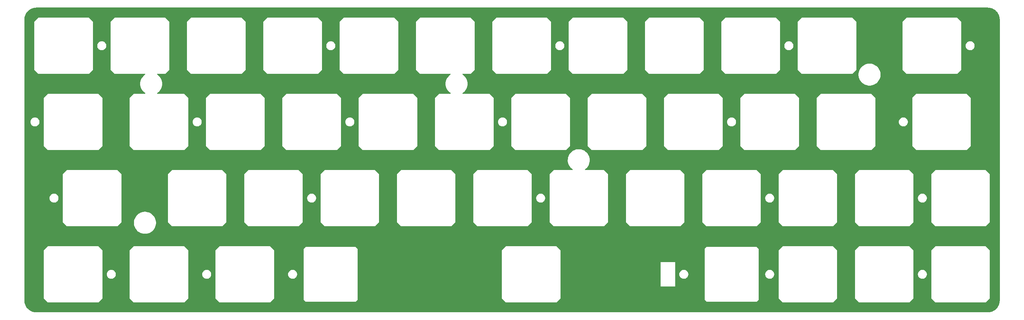
<source format=gbr>
%TF.GenerationSoftware,KiCad,Pcbnew,8.0.5*%
%TF.CreationDate,2024-11-10T19:03:44+01:00*%
%TF.ProjectId,plate tray,706c6174-6520-4747-9261-792e6b696361,rev?*%
%TF.SameCoordinates,Original*%
%TF.FileFunction,Copper,L1,Top*%
%TF.FilePolarity,Positive*%
%FSLAX46Y46*%
G04 Gerber Fmt 4.6, Leading zero omitted, Abs format (unit mm)*
G04 Created by KiCad (PCBNEW 8.0.5) date 2024-11-10 19:03:44*
%MOMM*%
%LPD*%
G01*
G04 APERTURE LIST*
G04 APERTURE END LIST*
%TA.AperFunction,Conductor*%
%TO.N,GND*%
G36*
X263156898Y-21431762D02*
G01*
X263161773Y-21431830D01*
X263318309Y-21434026D01*
X263330433Y-21434793D01*
X263652046Y-21471034D01*
X263665729Y-21473358D01*
X263980428Y-21545190D01*
X263993763Y-21549032D01*
X264298428Y-21655642D01*
X264311258Y-21660957D01*
X264468989Y-21736917D01*
X264602060Y-21801002D01*
X264614230Y-21807728D01*
X264793567Y-21920413D01*
X264887501Y-21979436D01*
X264887521Y-21979448D01*
X264898862Y-21987495D01*
X265151207Y-22188734D01*
X265161575Y-22198000D01*
X265389795Y-22426221D01*
X265399061Y-22436589D01*
X265600301Y-22688934D01*
X265608347Y-22700274D01*
X265780066Y-22973560D01*
X265786793Y-22985730D01*
X265926839Y-23276531D01*
X265932160Y-23289378D01*
X266038761Y-23594018D01*
X266042611Y-23607380D01*
X266114437Y-23922053D01*
X266116766Y-23935762D01*
X266153005Y-24257349D01*
X266153773Y-24269498D01*
X266156033Y-24430893D01*
X266156045Y-24432629D01*
X266156045Y-94630765D01*
X266156033Y-94632505D01*
X266153768Y-94793905D01*
X266153000Y-94806050D01*
X266116761Y-95127638D01*
X266114432Y-95141347D01*
X266042606Y-95456018D01*
X266038756Y-95469380D01*
X265932154Y-95774022D01*
X265926833Y-95786869D01*
X265786789Y-96077667D01*
X265780062Y-96089837D01*
X265608344Y-96363120D01*
X265600298Y-96374460D01*
X265399057Y-96626807D01*
X265389791Y-96637175D01*
X265161571Y-96865395D01*
X265151203Y-96874661D01*
X264898855Y-97075902D01*
X264887515Y-97083948D01*
X264614232Y-97255665D01*
X264602061Y-97262392D01*
X264311263Y-97402435D01*
X264298417Y-97407756D01*
X263993774Y-97514358D01*
X263980412Y-97518208D01*
X263665741Y-97590033D01*
X263652032Y-97592362D01*
X263330442Y-97628600D01*
X263318302Y-97629368D01*
X263160300Y-97631591D01*
X263156896Y-97631639D01*
X263155153Y-97631651D01*
X25769632Y-97631651D01*
X25767894Y-97631639D01*
X25606493Y-97629376D01*
X25594347Y-97628608D01*
X25272757Y-97592373D01*
X25259049Y-97590044D01*
X24944383Y-97518224D01*
X24931020Y-97514375D01*
X24626363Y-97407771D01*
X24613516Y-97402449D01*
X24322724Y-97262411D01*
X24310554Y-97255685D01*
X24037263Y-97083965D01*
X24025922Y-97075918D01*
X23773576Y-96874679D01*
X23763208Y-96865413D01*
X23534986Y-96637191D01*
X23525720Y-96626823D01*
X23324481Y-96374477D01*
X23316434Y-96363136D01*
X23144714Y-96089845D01*
X23137988Y-96077675D01*
X22997950Y-95786883D01*
X22992628Y-95774036D01*
X22992623Y-95774022D01*
X22886022Y-95469375D01*
X22882175Y-95456016D01*
X22810355Y-95141350D01*
X22808026Y-95127642D01*
X22805616Y-95106249D01*
X22771790Y-94806039D01*
X22771023Y-94793918D01*
X22768764Y-94632505D01*
X22768752Y-94630771D01*
X22768752Y-82106249D01*
X27625000Y-82106249D01*
X27625000Y-82106250D01*
X27625000Y-94106250D01*
X28625000Y-95106250D01*
X41225000Y-95106250D01*
X42225000Y-94106250D01*
X42225000Y-88106250D01*
X43324915Y-88106250D01*
X43345247Y-88319174D01*
X43405507Y-88524402D01*
X43455716Y-88621794D01*
X43503520Y-88714521D01*
X43635735Y-88882645D01*
X43635743Y-88882653D01*
X43797387Y-89022717D01*
X43982619Y-89129661D01*
X43982620Y-89129661D01*
X43982623Y-89129663D01*
X44184751Y-89199621D01*
X44396466Y-89230061D01*
X44610116Y-89219883D01*
X44817979Y-89169456D01*
X45012543Y-89080602D01*
X45186774Y-88956533D01*
X45334377Y-88801731D01*
X45450015Y-88621794D01*
X45529511Y-88423223D01*
X45569991Y-88213196D01*
X45572532Y-88106250D01*
X45569991Y-87999304D01*
X45529511Y-87789277D01*
X45450015Y-87590706D01*
X45334377Y-87410769D01*
X45186774Y-87255967D01*
X45012543Y-87131898D01*
X45012541Y-87131897D01*
X45012542Y-87131897D01*
X44905116Y-87082838D01*
X44817979Y-87043044D01*
X44610116Y-86992617D01*
X44396466Y-86982439D01*
X44396465Y-86982439D01*
X44396464Y-86982439D01*
X44396463Y-86982439D01*
X44184749Y-87012879D01*
X43982619Y-87082838D01*
X43797388Y-87189782D01*
X43797387Y-87189782D01*
X43635743Y-87329846D01*
X43635735Y-87329854D01*
X43503520Y-87497978D01*
X43455716Y-87590706D01*
X43405507Y-87688098D01*
X43345247Y-87893326D01*
X43324915Y-88106250D01*
X42225000Y-88106250D01*
X42225000Y-82106250D01*
X42224999Y-82106249D01*
X49056250Y-82106249D01*
X49056250Y-82106250D01*
X49056250Y-94106250D01*
X50056250Y-95106250D01*
X62656250Y-95106250D01*
X63656250Y-94106250D01*
X63656250Y-88106250D01*
X67137415Y-88106250D01*
X67157747Y-88319174D01*
X67218007Y-88524402D01*
X67268216Y-88621794D01*
X67316020Y-88714521D01*
X67448235Y-88882645D01*
X67448243Y-88882653D01*
X67609887Y-89022717D01*
X67795119Y-89129661D01*
X67795120Y-89129661D01*
X67795123Y-89129663D01*
X67997251Y-89199621D01*
X68208966Y-89230061D01*
X68422616Y-89219883D01*
X68630479Y-89169456D01*
X68825043Y-89080602D01*
X68999274Y-88956533D01*
X69146877Y-88801731D01*
X69262515Y-88621794D01*
X69342011Y-88423223D01*
X69382491Y-88213196D01*
X69385032Y-88106250D01*
X69382491Y-87999304D01*
X69342011Y-87789277D01*
X69262515Y-87590706D01*
X69146877Y-87410769D01*
X68999274Y-87255967D01*
X68825043Y-87131898D01*
X68825041Y-87131897D01*
X68825042Y-87131897D01*
X68717616Y-87082838D01*
X68630479Y-87043044D01*
X68422616Y-86992617D01*
X68208966Y-86982439D01*
X68208965Y-86982439D01*
X68208964Y-86982439D01*
X68208963Y-86982439D01*
X67997249Y-87012879D01*
X67795119Y-87082838D01*
X67609888Y-87189782D01*
X67609887Y-87189782D01*
X67448243Y-87329846D01*
X67448235Y-87329854D01*
X67316020Y-87497978D01*
X67268216Y-87590706D01*
X67218007Y-87688098D01*
X67157747Y-87893326D01*
X67137415Y-88106250D01*
X63656250Y-88106250D01*
X63656250Y-82106250D01*
X63656249Y-82106249D01*
X70487500Y-82106249D01*
X70487500Y-82106250D01*
X70487500Y-94106250D01*
X71487500Y-95106250D01*
X84087500Y-95106250D01*
X85087500Y-94106250D01*
X85087500Y-88106250D01*
X88568665Y-88106250D01*
X88588997Y-88319174D01*
X88649257Y-88524402D01*
X88699466Y-88621794D01*
X88747270Y-88714521D01*
X88879485Y-88882645D01*
X88879493Y-88882653D01*
X89041137Y-89022717D01*
X89226369Y-89129661D01*
X89226370Y-89129661D01*
X89226373Y-89129663D01*
X89428501Y-89199621D01*
X89640216Y-89230061D01*
X89853866Y-89219883D01*
X90061729Y-89169456D01*
X90256293Y-89080602D01*
X90430524Y-88956533D01*
X90578127Y-88801731D01*
X90693765Y-88621794D01*
X90773261Y-88423223D01*
X90813741Y-88213196D01*
X90816282Y-88106250D01*
X90813741Y-87999304D01*
X90773261Y-87789277D01*
X90693765Y-87590706D01*
X90578127Y-87410769D01*
X90430524Y-87255967D01*
X90256293Y-87131898D01*
X90256291Y-87131897D01*
X90256292Y-87131897D01*
X90148866Y-87082838D01*
X90061729Y-87043044D01*
X89853866Y-86992617D01*
X89640216Y-86982439D01*
X89640215Y-86982439D01*
X89640214Y-86982439D01*
X89640213Y-86982439D01*
X89428499Y-87012879D01*
X89226369Y-87082838D01*
X89041138Y-87189782D01*
X89041137Y-87189782D01*
X88879493Y-87329846D01*
X88879485Y-87329854D01*
X88747270Y-87497978D01*
X88699466Y-87590706D01*
X88649257Y-87688098D01*
X88588997Y-87893326D01*
X88568665Y-88106250D01*
X85087500Y-88106250D01*
X85087500Y-82106250D01*
X84723999Y-81742749D01*
X92487500Y-81742749D01*
X92487500Y-81742750D01*
X92487500Y-94469750D01*
X92994500Y-94976750D01*
X105442500Y-94976750D01*
X105949500Y-94469750D01*
X105949500Y-82106249D01*
X141925000Y-82106249D01*
X141925000Y-82106250D01*
X141925000Y-94106250D01*
X142925000Y-95106250D01*
X155525000Y-95106250D01*
X156525000Y-94106250D01*
X156525000Y-91151781D01*
X181559133Y-91151781D01*
X185202687Y-91151781D01*
X185202687Y-88106250D01*
X186199915Y-88106250D01*
X186220247Y-88319174D01*
X186280507Y-88524402D01*
X186330716Y-88621794D01*
X186378520Y-88714521D01*
X186510735Y-88882645D01*
X186510743Y-88882653D01*
X186672387Y-89022717D01*
X186857619Y-89129661D01*
X186857620Y-89129661D01*
X186857623Y-89129663D01*
X187059751Y-89199621D01*
X187271466Y-89230061D01*
X187485116Y-89219883D01*
X187692979Y-89169456D01*
X187887543Y-89080602D01*
X188061774Y-88956533D01*
X188209377Y-88801731D01*
X188325015Y-88621794D01*
X188404511Y-88423223D01*
X188444991Y-88213196D01*
X188447532Y-88106250D01*
X188444991Y-87999304D01*
X188404511Y-87789277D01*
X188325015Y-87590706D01*
X188209377Y-87410769D01*
X188061774Y-87255967D01*
X187887543Y-87131898D01*
X187887541Y-87131897D01*
X187887542Y-87131897D01*
X187780116Y-87082838D01*
X187692979Y-87043044D01*
X187485116Y-86992617D01*
X187271466Y-86982439D01*
X187271465Y-86982439D01*
X187271464Y-86982439D01*
X187271463Y-86982439D01*
X187059749Y-87012879D01*
X186857619Y-87082838D01*
X186672388Y-87189782D01*
X186672387Y-87189782D01*
X186510743Y-87329846D01*
X186510735Y-87329854D01*
X186378520Y-87497978D01*
X186330716Y-87590706D01*
X186280507Y-87688098D01*
X186220247Y-87893326D01*
X186199915Y-88106250D01*
X185202687Y-88106250D01*
X185202687Y-85023727D01*
X181559133Y-85023727D01*
X181559133Y-91151781D01*
X156525000Y-91151781D01*
X156525000Y-82106250D01*
X156161500Y-81742750D01*
X192500500Y-81742750D01*
X192500500Y-94469750D01*
X193007500Y-94976750D01*
X205455500Y-94976750D01*
X205962500Y-94469750D01*
X205962500Y-88106250D01*
X207631165Y-88106250D01*
X207651497Y-88319174D01*
X207711757Y-88524402D01*
X207761966Y-88621794D01*
X207809770Y-88714521D01*
X207941985Y-88882645D01*
X207941993Y-88882653D01*
X208103637Y-89022717D01*
X208288869Y-89129661D01*
X208288870Y-89129661D01*
X208288873Y-89129663D01*
X208491001Y-89199621D01*
X208702716Y-89230061D01*
X208916366Y-89219883D01*
X209124229Y-89169456D01*
X209318793Y-89080602D01*
X209493024Y-88956533D01*
X209640627Y-88801731D01*
X209756265Y-88621794D01*
X209835761Y-88423223D01*
X209876241Y-88213196D01*
X209878782Y-88106250D01*
X209876241Y-87999304D01*
X209835761Y-87789277D01*
X209756265Y-87590706D01*
X209640627Y-87410769D01*
X209493024Y-87255967D01*
X209318793Y-87131898D01*
X209318791Y-87131897D01*
X209318792Y-87131897D01*
X209211366Y-87082838D01*
X209124229Y-87043044D01*
X208916366Y-86992617D01*
X208702716Y-86982439D01*
X208702715Y-86982439D01*
X208702714Y-86982439D01*
X208702713Y-86982439D01*
X208490999Y-87012879D01*
X208288869Y-87082838D01*
X208103638Y-87189782D01*
X208103637Y-87189782D01*
X207941993Y-87329846D01*
X207941985Y-87329854D01*
X207809770Y-87497978D01*
X207761966Y-87590706D01*
X207711757Y-87688098D01*
X207651497Y-87893326D01*
X207631165Y-88106250D01*
X205962500Y-88106250D01*
X205962500Y-82106249D01*
X210981250Y-82106249D01*
X210981250Y-82106250D01*
X210981250Y-94106250D01*
X211981250Y-95106250D01*
X224581250Y-95106250D01*
X225581250Y-94106250D01*
X225581250Y-82106250D01*
X225581249Y-82106249D01*
X230031250Y-82106249D01*
X230031250Y-82106250D01*
X230031250Y-94106250D01*
X231031250Y-95106250D01*
X243631250Y-95106250D01*
X244631250Y-94106250D01*
X244631250Y-88106250D01*
X245731165Y-88106250D01*
X245751497Y-88319174D01*
X245811757Y-88524402D01*
X245861966Y-88621794D01*
X245909770Y-88714521D01*
X246041985Y-88882645D01*
X246041993Y-88882653D01*
X246203637Y-89022717D01*
X246388869Y-89129661D01*
X246388870Y-89129661D01*
X246388873Y-89129663D01*
X246591001Y-89199621D01*
X246802716Y-89230061D01*
X247016366Y-89219883D01*
X247224229Y-89169456D01*
X247418793Y-89080602D01*
X247593024Y-88956533D01*
X247740627Y-88801731D01*
X247856265Y-88621794D01*
X247935761Y-88423223D01*
X247976241Y-88213196D01*
X247978782Y-88106250D01*
X247976241Y-87999304D01*
X247935761Y-87789277D01*
X247856265Y-87590706D01*
X247740627Y-87410769D01*
X247593024Y-87255967D01*
X247418793Y-87131898D01*
X247418791Y-87131897D01*
X247418792Y-87131897D01*
X247311366Y-87082838D01*
X247224229Y-87043044D01*
X247016366Y-86992617D01*
X246802716Y-86982439D01*
X246802715Y-86982439D01*
X246802714Y-86982439D01*
X246802713Y-86982439D01*
X246590999Y-87012879D01*
X246388869Y-87082838D01*
X246203638Y-87189782D01*
X246203637Y-87189782D01*
X246041993Y-87329846D01*
X246041985Y-87329854D01*
X245909770Y-87497978D01*
X245861966Y-87590706D01*
X245811757Y-87688098D01*
X245751497Y-87893326D01*
X245731165Y-88106250D01*
X244631250Y-88106250D01*
X244631250Y-82106250D01*
X244631249Y-82106249D01*
X249081250Y-82106249D01*
X249081250Y-82106250D01*
X249081250Y-94106250D01*
X250081250Y-95106250D01*
X262681250Y-95106250D01*
X263681250Y-94106250D01*
X263681250Y-82106250D01*
X262681250Y-81106250D01*
X250081249Y-81106250D01*
X249081250Y-82106249D01*
X244631249Y-82106249D01*
X243631250Y-81106250D01*
X231031249Y-81106250D01*
X230031250Y-82106249D01*
X225581249Y-82106249D01*
X224581250Y-81106250D01*
X211981249Y-81106250D01*
X210981250Y-82106249D01*
X205962500Y-82106249D01*
X205962500Y-81742750D01*
X205462500Y-81235750D01*
X205462499Y-81235750D01*
X193000501Y-81235750D01*
X193000500Y-81235750D01*
X192500500Y-81742750D01*
X156161500Y-81742750D01*
X155525000Y-81106250D01*
X142924999Y-81106250D01*
X141925000Y-82106249D01*
X105949500Y-82106249D01*
X105949500Y-81742750D01*
X105442500Y-81235750D01*
X92994499Y-81235750D01*
X92487500Y-81742749D01*
X84723999Y-81742749D01*
X84087500Y-81106250D01*
X71487499Y-81106250D01*
X70487500Y-82106249D01*
X63656249Y-82106249D01*
X62656250Y-81106250D01*
X50056249Y-81106250D01*
X49056250Y-82106249D01*
X42224999Y-82106249D01*
X41225000Y-81106250D01*
X28624999Y-81106250D01*
X27625000Y-82106249D01*
X22768752Y-82106249D01*
X22768752Y-69056250D01*
X29037415Y-69056250D01*
X29057747Y-69269174D01*
X29118007Y-69474402D01*
X29168216Y-69571794D01*
X29216020Y-69664521D01*
X29348235Y-69832645D01*
X29348243Y-69832653D01*
X29509887Y-69972717D01*
X29695119Y-70079661D01*
X29695120Y-70079661D01*
X29695123Y-70079663D01*
X29897251Y-70149621D01*
X30108966Y-70180061D01*
X30322616Y-70169883D01*
X30530479Y-70119456D01*
X30725043Y-70030602D01*
X30899274Y-69906533D01*
X31046877Y-69751731D01*
X31162515Y-69571794D01*
X31242011Y-69373223D01*
X31282491Y-69163196D01*
X31285032Y-69056250D01*
X31282491Y-68949304D01*
X31242011Y-68739277D01*
X31162515Y-68540706D01*
X31046877Y-68360769D01*
X30899274Y-68205967D01*
X30725043Y-68081898D01*
X30725041Y-68081897D01*
X30725042Y-68081897D01*
X30617616Y-68032838D01*
X30530479Y-67993044D01*
X30322616Y-67942617D01*
X30108966Y-67932439D01*
X30108965Y-67932439D01*
X30108964Y-67932439D01*
X30108963Y-67932439D01*
X29897249Y-67962879D01*
X29695119Y-68032838D01*
X29509888Y-68139782D01*
X29509887Y-68139782D01*
X29348243Y-68279846D01*
X29348235Y-68279854D01*
X29216020Y-68447978D01*
X29168216Y-68540706D01*
X29118007Y-68638098D01*
X29057747Y-68843326D01*
X29037415Y-69056250D01*
X22768752Y-69056250D01*
X22768752Y-63056249D01*
X32387500Y-63056249D01*
X32387500Y-63056250D01*
X32387500Y-75056250D01*
X33387500Y-76056250D01*
X45987500Y-76056250D01*
X46978292Y-75065458D01*
X50121261Y-75065458D01*
X50121261Y-75397844D01*
X50161325Y-75727805D01*
X50221849Y-75973362D01*
X50240871Y-76050537D01*
X50358737Y-76361322D01*
X50460185Y-76554613D01*
X50513203Y-76655630D01*
X50513206Y-76655634D01*
X50513207Y-76655636D01*
X50702016Y-76929175D01*
X50702021Y-76929181D01*
X50922429Y-77177971D01*
X50922431Y-77177973D01*
X51171221Y-77398381D01*
X51171227Y-77398386D01*
X51386339Y-77546866D01*
X51444773Y-77587200D01*
X51629331Y-77684063D01*
X51739080Y-77741665D01*
X52049865Y-77859531D01*
X52049867Y-77859531D01*
X52049871Y-77859533D01*
X52372598Y-77939078D01*
X52627769Y-77970060D01*
X52702556Y-77979142D01*
X53034945Y-77979142D01*
X53034948Y-77979142D01*
X53104481Y-77970698D01*
X53364906Y-77939078D01*
X53687633Y-77859533D01*
X53998419Y-77741667D01*
X54292731Y-77587200D01*
X54566279Y-77398384D01*
X54815073Y-77177972D01*
X55035485Y-76929178D01*
X55224301Y-76655630D01*
X55378768Y-76361318D01*
X55496634Y-76050532D01*
X55576179Y-75727805D01*
X55616243Y-75397844D01*
X55618752Y-75231651D01*
X55616243Y-75065458D01*
X55576179Y-74735497D01*
X55496634Y-74412770D01*
X55378768Y-74101984D01*
X55378767Y-74101983D01*
X55378766Y-74101979D01*
X55321164Y-73992230D01*
X55224301Y-73807672D01*
X55183967Y-73749238D01*
X55035487Y-73534126D01*
X55035482Y-73534120D01*
X54815074Y-73285330D01*
X54815072Y-73285328D01*
X54566282Y-73064920D01*
X54566276Y-73064915D01*
X54292737Y-72876106D01*
X54292735Y-72876105D01*
X54292731Y-72876102D01*
X54191714Y-72823084D01*
X53998423Y-72721636D01*
X53687638Y-72603770D01*
X53610463Y-72584748D01*
X53364906Y-72524224D01*
X53199925Y-72504192D01*
X53034948Y-72484160D01*
X53034945Y-72484160D01*
X52702559Y-72484160D01*
X52702556Y-72484160D01*
X52504582Y-72508198D01*
X52372598Y-72524224D01*
X52208893Y-72564573D01*
X52049865Y-72603770D01*
X51739080Y-72721636D01*
X51444775Y-72876101D01*
X51444766Y-72876106D01*
X51171227Y-73064915D01*
X51171221Y-73064920D01*
X50922431Y-73285328D01*
X50922429Y-73285330D01*
X50702021Y-73534120D01*
X50702016Y-73534126D01*
X50513207Y-73807665D01*
X50513202Y-73807674D01*
X50358737Y-74101979D01*
X50240871Y-74412764D01*
X50240870Y-74412770D01*
X50161325Y-74735497D01*
X50121261Y-75065458D01*
X46978292Y-75065458D01*
X46987500Y-75056250D01*
X46987500Y-63056250D01*
X46987499Y-63056249D01*
X58581250Y-63056249D01*
X58581250Y-63056250D01*
X58581250Y-75056250D01*
X59581250Y-76056250D01*
X72181250Y-76056250D01*
X73181250Y-75056250D01*
X73181250Y-63056250D01*
X73181249Y-63056249D01*
X77631250Y-63056249D01*
X77631250Y-63056250D01*
X77631250Y-75056250D01*
X78631250Y-76056250D01*
X91231250Y-76056250D01*
X92231250Y-75056250D01*
X92231250Y-69056250D01*
X93331165Y-69056250D01*
X93351497Y-69269174D01*
X93411757Y-69474402D01*
X93461966Y-69571794D01*
X93509770Y-69664521D01*
X93641985Y-69832645D01*
X93641993Y-69832653D01*
X93803637Y-69972717D01*
X93988869Y-70079661D01*
X93988870Y-70079661D01*
X93988873Y-70079663D01*
X94191001Y-70149621D01*
X94402716Y-70180061D01*
X94616366Y-70169883D01*
X94824229Y-70119456D01*
X95018793Y-70030602D01*
X95193024Y-69906533D01*
X95340627Y-69751731D01*
X95456265Y-69571794D01*
X95535761Y-69373223D01*
X95576241Y-69163196D01*
X95578782Y-69056250D01*
X95576241Y-68949304D01*
X95535761Y-68739277D01*
X95456265Y-68540706D01*
X95340627Y-68360769D01*
X95193024Y-68205967D01*
X95018793Y-68081898D01*
X95018791Y-68081897D01*
X95018792Y-68081897D01*
X94911366Y-68032838D01*
X94824229Y-67993044D01*
X94616366Y-67942617D01*
X94402716Y-67932439D01*
X94402715Y-67932439D01*
X94402714Y-67932439D01*
X94402713Y-67932439D01*
X94190999Y-67962879D01*
X93988869Y-68032838D01*
X93803638Y-68139782D01*
X93803637Y-68139782D01*
X93641993Y-68279846D01*
X93641985Y-68279854D01*
X93509770Y-68447978D01*
X93461966Y-68540706D01*
X93411757Y-68638098D01*
X93351497Y-68843326D01*
X93331165Y-69056250D01*
X92231250Y-69056250D01*
X92231250Y-63056250D01*
X92231249Y-63056249D01*
X96681250Y-63056249D01*
X96681250Y-63056250D01*
X96681250Y-75056250D01*
X97681250Y-76056250D01*
X110281250Y-76056250D01*
X111281250Y-75056250D01*
X111281250Y-63056250D01*
X111281249Y-63056249D01*
X115731250Y-63056249D01*
X115731250Y-63056250D01*
X115731250Y-75056250D01*
X116731250Y-76056250D01*
X129331250Y-76056250D01*
X130331250Y-75056250D01*
X130331250Y-63056250D01*
X130331249Y-63056249D01*
X134781250Y-63056249D01*
X134781250Y-63056250D01*
X134781250Y-75056250D01*
X135781250Y-76056250D01*
X148381250Y-76056250D01*
X149381250Y-75056250D01*
X149381250Y-69056250D01*
X150481165Y-69056250D01*
X150501497Y-69269174D01*
X150561757Y-69474402D01*
X150611966Y-69571794D01*
X150659770Y-69664521D01*
X150791985Y-69832645D01*
X150791993Y-69832653D01*
X150953637Y-69972717D01*
X151138869Y-70079661D01*
X151138870Y-70079661D01*
X151138873Y-70079663D01*
X151341001Y-70149621D01*
X151552716Y-70180061D01*
X151766366Y-70169883D01*
X151974229Y-70119456D01*
X152168793Y-70030602D01*
X152343024Y-69906533D01*
X152490627Y-69751731D01*
X152606265Y-69571794D01*
X152685761Y-69373223D01*
X152726241Y-69163196D01*
X152728782Y-69056250D01*
X152726241Y-68949304D01*
X152685761Y-68739277D01*
X152606265Y-68540706D01*
X152490627Y-68360769D01*
X152343024Y-68205967D01*
X152168793Y-68081898D01*
X152168791Y-68081897D01*
X152168792Y-68081897D01*
X152061366Y-68032838D01*
X151974229Y-67993044D01*
X151766366Y-67942617D01*
X151552716Y-67932439D01*
X151552715Y-67932439D01*
X151552714Y-67932439D01*
X151552713Y-67932439D01*
X151340999Y-67962879D01*
X151138869Y-68032838D01*
X150953638Y-68139782D01*
X150953637Y-68139782D01*
X150791993Y-68279846D01*
X150791985Y-68279854D01*
X150659770Y-68447978D01*
X150611966Y-68540706D01*
X150561757Y-68638098D01*
X150501497Y-68843326D01*
X150481165Y-69056250D01*
X149381250Y-69056250D01*
X149381250Y-63056250D01*
X149381249Y-63056249D01*
X153831250Y-63056249D01*
X153831250Y-63056250D01*
X153831250Y-75056250D01*
X154831250Y-76056250D01*
X167431250Y-76056250D01*
X168431250Y-75056250D01*
X168431250Y-63056250D01*
X168431249Y-63056249D01*
X172881250Y-63056249D01*
X172881250Y-63056250D01*
X172881250Y-75056250D01*
X173881250Y-76056250D01*
X186481250Y-76056250D01*
X187481250Y-75056250D01*
X187481250Y-63056250D01*
X187481249Y-63056249D01*
X191931250Y-63056249D01*
X191931250Y-63056250D01*
X191931250Y-75056250D01*
X192931250Y-76056250D01*
X205531250Y-76056250D01*
X206531250Y-75056250D01*
X206531250Y-69056250D01*
X207631165Y-69056250D01*
X207651497Y-69269174D01*
X207711757Y-69474402D01*
X207761966Y-69571794D01*
X207809770Y-69664521D01*
X207941985Y-69832645D01*
X207941993Y-69832653D01*
X208103637Y-69972717D01*
X208288869Y-70079661D01*
X208288870Y-70079661D01*
X208288873Y-70079663D01*
X208491001Y-70149621D01*
X208702716Y-70180061D01*
X208916366Y-70169883D01*
X209124229Y-70119456D01*
X209318793Y-70030602D01*
X209493024Y-69906533D01*
X209640627Y-69751731D01*
X209756265Y-69571794D01*
X209835761Y-69373223D01*
X209876241Y-69163196D01*
X209878782Y-69056250D01*
X209876241Y-68949304D01*
X209835761Y-68739277D01*
X209756265Y-68540706D01*
X209640627Y-68360769D01*
X209493024Y-68205967D01*
X209318793Y-68081898D01*
X209318791Y-68081897D01*
X209318792Y-68081897D01*
X209211366Y-68032838D01*
X209124229Y-67993044D01*
X208916366Y-67942617D01*
X208702716Y-67932439D01*
X208702715Y-67932439D01*
X208702714Y-67932439D01*
X208702713Y-67932439D01*
X208490999Y-67962879D01*
X208288869Y-68032838D01*
X208103638Y-68139782D01*
X208103637Y-68139782D01*
X207941993Y-68279846D01*
X207941985Y-68279854D01*
X207809770Y-68447978D01*
X207761966Y-68540706D01*
X207711757Y-68638098D01*
X207651497Y-68843326D01*
X207631165Y-69056250D01*
X206531250Y-69056250D01*
X206531250Y-63056250D01*
X206531249Y-63056249D01*
X210981250Y-63056249D01*
X210981250Y-63056250D01*
X210981250Y-75056250D01*
X211981250Y-76056250D01*
X224581250Y-76056250D01*
X225581250Y-75056250D01*
X225581250Y-63056250D01*
X225581249Y-63056249D01*
X230031250Y-63056249D01*
X230031250Y-63056250D01*
X230031250Y-75056250D01*
X231031250Y-76056250D01*
X243631250Y-76056250D01*
X244631250Y-75056250D01*
X244631250Y-69056250D01*
X245731165Y-69056250D01*
X245751497Y-69269174D01*
X245811757Y-69474402D01*
X245861966Y-69571794D01*
X245909770Y-69664521D01*
X246041985Y-69832645D01*
X246041993Y-69832653D01*
X246203637Y-69972717D01*
X246388869Y-70079661D01*
X246388870Y-70079661D01*
X246388873Y-70079663D01*
X246591001Y-70149621D01*
X246802716Y-70180061D01*
X247016366Y-70169883D01*
X247224229Y-70119456D01*
X247418793Y-70030602D01*
X247593024Y-69906533D01*
X247740627Y-69751731D01*
X247856265Y-69571794D01*
X247935761Y-69373223D01*
X247976241Y-69163196D01*
X247978782Y-69056250D01*
X247976241Y-68949304D01*
X247935761Y-68739277D01*
X247856265Y-68540706D01*
X247740627Y-68360769D01*
X247593024Y-68205967D01*
X247418793Y-68081898D01*
X247418791Y-68081897D01*
X247418792Y-68081897D01*
X247311366Y-68032838D01*
X247224229Y-67993044D01*
X247016366Y-67942617D01*
X246802716Y-67932439D01*
X246802715Y-67932439D01*
X246802714Y-67932439D01*
X246802713Y-67932439D01*
X246590999Y-67962879D01*
X246388869Y-68032838D01*
X246203638Y-68139782D01*
X246203637Y-68139782D01*
X246041993Y-68279846D01*
X246041985Y-68279854D01*
X245909770Y-68447978D01*
X245861966Y-68540706D01*
X245811757Y-68638098D01*
X245751497Y-68843326D01*
X245731165Y-69056250D01*
X244631250Y-69056250D01*
X244631250Y-63056250D01*
X244631249Y-63056249D01*
X249081250Y-63056249D01*
X249081250Y-63056250D01*
X249081250Y-75056250D01*
X250081250Y-76056250D01*
X262681250Y-76056250D01*
X263681250Y-75056250D01*
X263681250Y-63056250D01*
X262681250Y-62056250D01*
X250081249Y-62056250D01*
X249081250Y-63056249D01*
X244631249Y-63056249D01*
X243631250Y-62056250D01*
X231031249Y-62056250D01*
X230031250Y-63056249D01*
X225581249Y-63056249D01*
X224581250Y-62056250D01*
X211981249Y-62056250D01*
X210981250Y-63056249D01*
X206531249Y-63056249D01*
X205531250Y-62056250D01*
X192931249Y-62056250D01*
X191931250Y-63056249D01*
X187481249Y-63056249D01*
X186481250Y-62056250D01*
X173881249Y-62056250D01*
X172881250Y-63056249D01*
X168431249Y-63056249D01*
X167431250Y-62056250D01*
X162760105Y-62056250D01*
X162693066Y-62036565D01*
X162647311Y-61983761D01*
X162637367Y-61914603D01*
X162666392Y-61851047D01*
X162693086Y-61827921D01*
X162729421Y-61804580D01*
X162982966Y-61595078D01*
X163209711Y-61356831D01*
X163209712Y-61356829D01*
X163209713Y-61356829D01*
X163406422Y-61093236D01*
X163406421Y-61093236D01*
X163570285Y-60808064D01*
X163698965Y-60505381D01*
X163790622Y-60189510D01*
X163843949Y-59864961D01*
X163858184Y-59536368D01*
X163833124Y-59208424D01*
X163769126Y-58885810D01*
X163667104Y-58573132D01*
X163528516Y-58274856D01*
X163355338Y-57995239D01*
X163150046Y-57738275D01*
X162915569Y-57507633D01*
X162915567Y-57507631D01*
X162655262Y-57306609D01*
X162655249Y-57306600D01*
X162372823Y-57138062D01*
X162372807Y-57138054D01*
X162072304Y-57004409D01*
X161757990Y-56907556D01*
X161757975Y-56907553D01*
X161434371Y-56848886D01*
X161434346Y-56848883D01*
X161106053Y-56829235D01*
X161106037Y-56829235D01*
X160777743Y-56848883D01*
X160777718Y-56848886D01*
X160454114Y-56907553D01*
X160454099Y-56907556D01*
X160139785Y-57004409D01*
X159839282Y-57138054D01*
X159839266Y-57138062D01*
X159556840Y-57306600D01*
X159556827Y-57306609D01*
X159296522Y-57507631D01*
X159062048Y-57738270D01*
X159062041Y-57738277D01*
X158856750Y-57995241D01*
X158856749Y-57995242D01*
X158683578Y-58274849D01*
X158683569Y-58274865D01*
X158544987Y-58573127D01*
X158442965Y-58885807D01*
X158378966Y-59208423D01*
X158353906Y-59536368D01*
X158368141Y-59864961D01*
X158368142Y-59864968D01*
X158421467Y-60189507D01*
X158421468Y-60189510D01*
X158513125Y-60505381D01*
X158641805Y-60808064D01*
X158641808Y-60808070D01*
X158641809Y-60808072D01*
X158805666Y-61093233D01*
X158805667Y-61093236D01*
X159002377Y-61356829D01*
X159002379Y-61356831D01*
X159229124Y-61595078D01*
X159482669Y-61804580D01*
X159519004Y-61827921D01*
X159564769Y-61880716D01*
X159574726Y-61949872D01*
X159545714Y-62013434D01*
X159486944Y-62051220D01*
X159451985Y-62056250D01*
X154831249Y-62056250D01*
X153831250Y-63056249D01*
X149381249Y-63056249D01*
X148381250Y-62056250D01*
X135781249Y-62056250D01*
X134781250Y-63056249D01*
X130331249Y-63056249D01*
X129331250Y-62056250D01*
X116731249Y-62056250D01*
X115731250Y-63056249D01*
X111281249Y-63056249D01*
X110281250Y-62056250D01*
X97681249Y-62056250D01*
X96681250Y-63056249D01*
X92231249Y-63056249D01*
X91231250Y-62056250D01*
X78631249Y-62056250D01*
X77631250Y-63056249D01*
X73181249Y-63056249D01*
X72181250Y-62056250D01*
X59581249Y-62056250D01*
X58581250Y-63056249D01*
X46987499Y-63056249D01*
X45987500Y-62056250D01*
X33387499Y-62056250D01*
X32387500Y-63056249D01*
X22768752Y-63056249D01*
X22768752Y-50006250D01*
X24274915Y-50006250D01*
X24295247Y-50219174D01*
X24355507Y-50424402D01*
X24405716Y-50521794D01*
X24453520Y-50614521D01*
X24585735Y-50782645D01*
X24585743Y-50782653D01*
X24747387Y-50922717D01*
X24932619Y-51029661D01*
X24932620Y-51029661D01*
X24932623Y-51029663D01*
X25134751Y-51099621D01*
X25346466Y-51130061D01*
X25560116Y-51119883D01*
X25767979Y-51069456D01*
X25962543Y-50980602D01*
X26136774Y-50856533D01*
X26284377Y-50701731D01*
X26400015Y-50521794D01*
X26479511Y-50323223D01*
X26519991Y-50113196D01*
X26522532Y-50006250D01*
X26519991Y-49899304D01*
X26479511Y-49689277D01*
X26400015Y-49490706D01*
X26284377Y-49310769D01*
X26136774Y-49155967D01*
X25962543Y-49031898D01*
X25962541Y-49031897D01*
X25962542Y-49031897D01*
X25855116Y-48982838D01*
X25767979Y-48943044D01*
X25560116Y-48892617D01*
X25346466Y-48882439D01*
X25346465Y-48882439D01*
X25346464Y-48882439D01*
X25346463Y-48882439D01*
X25134749Y-48912879D01*
X24932619Y-48982838D01*
X24747388Y-49089782D01*
X24747387Y-49089782D01*
X24585743Y-49229846D01*
X24585735Y-49229854D01*
X24453520Y-49397978D01*
X24405716Y-49490706D01*
X24355507Y-49588098D01*
X24295247Y-49793326D01*
X24274915Y-50006250D01*
X22768752Y-50006250D01*
X22768752Y-44006249D01*
X27625000Y-44006249D01*
X27625000Y-44006250D01*
X27625000Y-56006250D01*
X28625000Y-57006250D01*
X41225000Y-57006250D01*
X42225000Y-56006250D01*
X42225000Y-44006250D01*
X41225000Y-43006250D01*
X28624999Y-43006250D01*
X27625000Y-44006249D01*
X22768752Y-44006249D01*
X22768752Y-24956249D01*
X25243750Y-24956249D01*
X25243750Y-24956250D01*
X25243750Y-36956250D01*
X26243750Y-37956250D01*
X38843750Y-37956250D01*
X39843750Y-36956250D01*
X39843750Y-30956250D01*
X40943665Y-30956250D01*
X40963997Y-31169174D01*
X41024257Y-31374402D01*
X41074466Y-31471794D01*
X41122270Y-31564521D01*
X41254485Y-31732645D01*
X41254493Y-31732653D01*
X41416137Y-31872717D01*
X41601369Y-31979661D01*
X41601370Y-31979661D01*
X41601373Y-31979663D01*
X41803501Y-32049621D01*
X42015216Y-32080061D01*
X42228866Y-32069883D01*
X42436729Y-32019456D01*
X42631293Y-31930602D01*
X42805524Y-31806533D01*
X42953127Y-31651731D01*
X43068765Y-31471794D01*
X43148261Y-31273223D01*
X43188741Y-31063196D01*
X43191282Y-30956250D01*
X43188741Y-30849304D01*
X43148261Y-30639277D01*
X43068765Y-30440706D01*
X42953127Y-30260769D01*
X42805524Y-30105967D01*
X42631293Y-29981898D01*
X42631291Y-29981897D01*
X42631292Y-29981897D01*
X42523866Y-29932838D01*
X42436729Y-29893044D01*
X42228866Y-29842617D01*
X42015216Y-29832439D01*
X42015215Y-29832439D01*
X42015214Y-29832439D01*
X42015213Y-29832439D01*
X41803499Y-29862879D01*
X41601369Y-29932838D01*
X41416138Y-30039782D01*
X41416137Y-30039782D01*
X41254493Y-30179846D01*
X41254485Y-30179854D01*
X41122270Y-30347978D01*
X41074466Y-30440706D01*
X41024257Y-30538098D01*
X40963997Y-30743326D01*
X40943665Y-30956250D01*
X39843750Y-30956250D01*
X39843750Y-24956250D01*
X39843749Y-24956249D01*
X44293750Y-24956249D01*
X44293750Y-24956250D01*
X44293750Y-36956250D01*
X45293750Y-37956250D01*
X52837212Y-37956250D01*
X52904251Y-37975935D01*
X52950006Y-38028739D01*
X52959950Y-38097897D01*
X52930925Y-38161453D01*
X52899826Y-38187280D01*
X52885990Y-38195373D01*
X52618162Y-38399743D01*
X52377299Y-38635308D01*
X52377289Y-38635320D01*
X52167022Y-38898527D01*
X52167022Y-38898528D01*
X51990474Y-39185469D01*
X51990468Y-39185480D01*
X51850303Y-39491827D01*
X51850298Y-39491840D01*
X51748605Y-39813023D01*
X51686911Y-40144220D01*
X51686910Y-40144222D01*
X51666139Y-40480487D01*
X51666139Y-40480491D01*
X51686602Y-40816768D01*
X51686602Y-40816769D01*
X51747992Y-41148025D01*
X51849392Y-41469308D01*
X51989284Y-41775800D01*
X51989285Y-41775803D01*
X52139226Y-42019999D01*
X52165566Y-42062898D01*
X52375602Y-42326313D01*
X52375604Y-42326315D01*
X52375605Y-42326316D01*
X52616240Y-42562092D01*
X52616249Y-42562100D01*
X52883888Y-42766715D01*
X52883889Y-42766716D01*
X52898495Y-42775279D01*
X52946372Y-42826166D01*
X52959137Y-42894860D01*
X52932737Y-42959550D01*
X52875554Y-42999698D01*
X52835780Y-43006250D01*
X50056249Y-43006250D01*
X49056250Y-44006249D01*
X49056250Y-44006250D01*
X49056250Y-56006250D01*
X50056250Y-57006250D01*
X62656250Y-57006250D01*
X63656250Y-56006250D01*
X63656250Y-50006250D01*
X64756165Y-50006250D01*
X64776497Y-50219174D01*
X64836757Y-50424402D01*
X64886966Y-50521794D01*
X64934770Y-50614521D01*
X65066985Y-50782645D01*
X65066993Y-50782653D01*
X65228637Y-50922717D01*
X65413869Y-51029661D01*
X65413870Y-51029661D01*
X65413873Y-51029663D01*
X65616001Y-51099621D01*
X65827716Y-51130061D01*
X66041366Y-51119883D01*
X66249229Y-51069456D01*
X66443793Y-50980602D01*
X66618024Y-50856533D01*
X66765627Y-50701731D01*
X66881265Y-50521794D01*
X66960761Y-50323223D01*
X67001241Y-50113196D01*
X67003782Y-50006250D01*
X67001241Y-49899304D01*
X66960761Y-49689277D01*
X66881265Y-49490706D01*
X66765627Y-49310769D01*
X66618024Y-49155967D01*
X66443793Y-49031898D01*
X66443791Y-49031897D01*
X66443792Y-49031897D01*
X66336366Y-48982838D01*
X66249229Y-48943044D01*
X66041366Y-48892617D01*
X65827716Y-48882439D01*
X65827715Y-48882439D01*
X65827714Y-48882439D01*
X65827713Y-48882439D01*
X65615999Y-48912879D01*
X65413869Y-48982838D01*
X65228638Y-49089782D01*
X65228637Y-49089782D01*
X65066993Y-49229846D01*
X65066985Y-49229854D01*
X64934770Y-49397978D01*
X64886966Y-49490706D01*
X64836757Y-49588098D01*
X64776497Y-49793326D01*
X64756165Y-50006250D01*
X63656250Y-50006250D01*
X63656250Y-44006250D01*
X63656249Y-44006249D01*
X68106250Y-44006249D01*
X68106250Y-44006250D01*
X68106250Y-56006250D01*
X69106250Y-57006250D01*
X81706250Y-57006250D01*
X82706250Y-56006250D01*
X82706250Y-44006250D01*
X82706249Y-44006249D01*
X87156250Y-44006249D01*
X87156250Y-44006250D01*
X87156250Y-56006250D01*
X88156250Y-57006250D01*
X100756250Y-57006250D01*
X101756250Y-56006250D01*
X101756250Y-50006250D01*
X102856165Y-50006250D01*
X102876497Y-50219174D01*
X102936757Y-50424402D01*
X102986966Y-50521794D01*
X103034770Y-50614521D01*
X103166985Y-50782645D01*
X103166993Y-50782653D01*
X103328637Y-50922717D01*
X103513869Y-51029661D01*
X103513870Y-51029661D01*
X103513873Y-51029663D01*
X103716001Y-51099621D01*
X103927716Y-51130061D01*
X104141366Y-51119883D01*
X104349229Y-51069456D01*
X104543793Y-50980602D01*
X104718024Y-50856533D01*
X104865627Y-50701731D01*
X104981265Y-50521794D01*
X105060761Y-50323223D01*
X105101241Y-50113196D01*
X105103782Y-50006250D01*
X105101241Y-49899304D01*
X105060761Y-49689277D01*
X104981265Y-49490706D01*
X104865627Y-49310769D01*
X104718024Y-49155967D01*
X104543793Y-49031898D01*
X104543791Y-49031897D01*
X104543792Y-49031897D01*
X104436366Y-48982838D01*
X104349229Y-48943044D01*
X104141366Y-48892617D01*
X103927716Y-48882439D01*
X103927715Y-48882439D01*
X103927714Y-48882439D01*
X103927713Y-48882439D01*
X103715999Y-48912879D01*
X103513869Y-48982838D01*
X103328638Y-49089782D01*
X103328637Y-49089782D01*
X103166993Y-49229846D01*
X103166985Y-49229854D01*
X103034770Y-49397978D01*
X102986966Y-49490706D01*
X102936757Y-49588098D01*
X102876497Y-49793326D01*
X102856165Y-50006250D01*
X101756250Y-50006250D01*
X101756250Y-44006250D01*
X101756249Y-44006249D01*
X106206250Y-44006249D01*
X106206250Y-44006250D01*
X106206250Y-56006250D01*
X107206250Y-57006250D01*
X119806250Y-57006250D01*
X120806250Y-56006250D01*
X120806250Y-44006250D01*
X119806250Y-43006250D01*
X107206249Y-43006250D01*
X106206250Y-44006249D01*
X101756249Y-44006249D01*
X100756250Y-43006250D01*
X88156249Y-43006250D01*
X87156250Y-44006249D01*
X82706249Y-44006249D01*
X81706250Y-43006250D01*
X69106249Y-43006250D01*
X68106250Y-44006249D01*
X63656249Y-44006249D01*
X62656250Y-43006250D01*
X56001726Y-43006250D01*
X55934687Y-42986565D01*
X55888932Y-42933761D01*
X55878988Y-42864603D01*
X55908013Y-42801047D01*
X55939011Y-42775279D01*
X55941813Y-42773635D01*
X55953615Y-42766717D01*
X56221259Y-42562097D01*
X56461902Y-42326313D01*
X56671938Y-42062897D01*
X56848221Y-41775796D01*
X56988110Y-41469309D01*
X57089510Y-41148028D01*
X57150901Y-40816767D01*
X57171364Y-40480487D01*
X57150592Y-40144225D01*
X57150591Y-40144222D01*
X57150591Y-40144218D01*
X57088898Y-39813025D01*
X57088897Y-39813024D01*
X57088897Y-39813020D01*
X56987203Y-39491833D01*
X56904657Y-39311421D01*
X56847035Y-39185481D01*
X56847029Y-39185470D01*
X56670488Y-38898538D01*
X56670480Y-38898528D01*
X56460208Y-38635312D01*
X56219349Y-38399749D01*
X56219348Y-38399747D01*
X55951515Y-38195374D01*
X55951510Y-38195371D01*
X55937679Y-38187279D01*
X55889755Y-38136435D01*
X55876926Y-38067753D01*
X55903267Y-38003039D01*
X55960413Y-37962839D01*
X56000295Y-37956250D01*
X57893750Y-37956250D01*
X58893750Y-36956250D01*
X58893750Y-24956250D01*
X58893749Y-24956249D01*
X63343750Y-24956249D01*
X63343750Y-24956250D01*
X63343750Y-36956250D01*
X64343750Y-37956250D01*
X76943750Y-37956250D01*
X77943750Y-36956250D01*
X77943750Y-24956250D01*
X77943749Y-24956249D01*
X82393750Y-24956249D01*
X82393750Y-24956250D01*
X82393750Y-36956250D01*
X83393750Y-37956250D01*
X95993750Y-37956250D01*
X96993750Y-36956250D01*
X96993750Y-30956250D01*
X98093665Y-30956250D01*
X98113997Y-31169174D01*
X98174257Y-31374402D01*
X98224466Y-31471794D01*
X98272270Y-31564521D01*
X98404485Y-31732645D01*
X98404493Y-31732653D01*
X98566137Y-31872717D01*
X98751369Y-31979661D01*
X98751370Y-31979661D01*
X98751373Y-31979663D01*
X98953501Y-32049621D01*
X99165216Y-32080061D01*
X99378866Y-32069883D01*
X99586729Y-32019456D01*
X99781293Y-31930602D01*
X99955524Y-31806533D01*
X100103127Y-31651731D01*
X100218765Y-31471794D01*
X100298261Y-31273223D01*
X100338741Y-31063196D01*
X100341282Y-30956250D01*
X100338741Y-30849304D01*
X100298261Y-30639277D01*
X100218765Y-30440706D01*
X100103127Y-30260769D01*
X99955524Y-30105967D01*
X99781293Y-29981898D01*
X99781291Y-29981897D01*
X99781292Y-29981897D01*
X99673866Y-29932838D01*
X99586729Y-29893044D01*
X99378866Y-29842617D01*
X99165216Y-29832439D01*
X99165215Y-29832439D01*
X99165214Y-29832439D01*
X99165213Y-29832439D01*
X98953499Y-29862879D01*
X98751369Y-29932838D01*
X98566138Y-30039782D01*
X98566137Y-30039782D01*
X98404493Y-30179846D01*
X98404485Y-30179854D01*
X98272270Y-30347978D01*
X98224466Y-30440706D01*
X98174257Y-30538098D01*
X98113997Y-30743326D01*
X98093665Y-30956250D01*
X96993750Y-30956250D01*
X96993750Y-24956250D01*
X96993749Y-24956249D01*
X101443750Y-24956249D01*
X101443750Y-24956250D01*
X101443750Y-36956250D01*
X102443750Y-37956250D01*
X115043750Y-37956250D01*
X116043750Y-36956250D01*
X116043750Y-24956250D01*
X116043749Y-24956249D01*
X120493750Y-24956249D01*
X120493750Y-24956250D01*
X120493750Y-36956250D01*
X121493750Y-37956250D01*
X129037212Y-37956250D01*
X129104251Y-37975935D01*
X129150006Y-38028739D01*
X129159950Y-38097897D01*
X129130925Y-38161453D01*
X129099826Y-38187280D01*
X129085990Y-38195373D01*
X128818162Y-38399743D01*
X128577299Y-38635308D01*
X128577289Y-38635320D01*
X128367022Y-38898527D01*
X128367022Y-38898528D01*
X128190474Y-39185469D01*
X128190468Y-39185480D01*
X128050303Y-39491827D01*
X128050298Y-39491840D01*
X127948605Y-39813023D01*
X127886911Y-40144220D01*
X127886910Y-40144222D01*
X127866139Y-40480487D01*
X127866139Y-40480491D01*
X127886602Y-40816768D01*
X127886602Y-40816769D01*
X127947992Y-41148025D01*
X128049392Y-41469308D01*
X128189284Y-41775800D01*
X128189285Y-41775803D01*
X128339226Y-42019999D01*
X128365566Y-42062898D01*
X128575602Y-42326313D01*
X128575604Y-42326315D01*
X128575605Y-42326316D01*
X128816240Y-42562092D01*
X128816249Y-42562100D01*
X129083888Y-42766715D01*
X129083889Y-42766716D01*
X129098495Y-42775279D01*
X129146372Y-42826166D01*
X129159137Y-42894860D01*
X129132737Y-42959550D01*
X129075554Y-42999698D01*
X129035780Y-43006250D01*
X126256249Y-43006250D01*
X125256250Y-44006249D01*
X125256250Y-44006250D01*
X125256250Y-56006250D01*
X126256250Y-57006250D01*
X138856250Y-57006250D01*
X139856250Y-56006250D01*
X139856250Y-50006250D01*
X140956165Y-50006250D01*
X140976497Y-50219174D01*
X141036757Y-50424402D01*
X141086966Y-50521794D01*
X141134770Y-50614521D01*
X141266985Y-50782645D01*
X141266993Y-50782653D01*
X141428637Y-50922717D01*
X141613869Y-51029661D01*
X141613870Y-51029661D01*
X141613873Y-51029663D01*
X141816001Y-51099621D01*
X142027716Y-51130061D01*
X142241366Y-51119883D01*
X142449229Y-51069456D01*
X142643793Y-50980602D01*
X142818024Y-50856533D01*
X142965627Y-50701731D01*
X143081265Y-50521794D01*
X143160761Y-50323223D01*
X143201241Y-50113196D01*
X143203782Y-50006250D01*
X143201241Y-49899304D01*
X143160761Y-49689277D01*
X143081265Y-49490706D01*
X142965627Y-49310769D01*
X142818024Y-49155967D01*
X142643793Y-49031898D01*
X142643791Y-49031897D01*
X142643792Y-49031897D01*
X142536366Y-48982838D01*
X142449229Y-48943044D01*
X142241366Y-48892617D01*
X142027716Y-48882439D01*
X142027715Y-48882439D01*
X142027714Y-48882439D01*
X142027713Y-48882439D01*
X141815999Y-48912879D01*
X141613869Y-48982838D01*
X141428638Y-49089782D01*
X141428637Y-49089782D01*
X141266993Y-49229846D01*
X141266985Y-49229854D01*
X141134770Y-49397978D01*
X141086966Y-49490706D01*
X141036757Y-49588098D01*
X140976497Y-49793326D01*
X140956165Y-50006250D01*
X139856250Y-50006250D01*
X139856250Y-44006250D01*
X139856249Y-44006249D01*
X144306250Y-44006249D01*
X144306250Y-44006250D01*
X144306250Y-56006250D01*
X145306250Y-57006250D01*
X157906250Y-57006250D01*
X158906250Y-56006250D01*
X158906250Y-44006250D01*
X158906249Y-44006249D01*
X163356250Y-44006249D01*
X163356250Y-44006250D01*
X163356250Y-56006250D01*
X164356250Y-57006250D01*
X176956250Y-57006250D01*
X177956250Y-56006250D01*
X177956250Y-44006250D01*
X177956249Y-44006249D01*
X182406250Y-44006249D01*
X182406250Y-44006250D01*
X182406250Y-56006250D01*
X183406250Y-57006250D01*
X196006250Y-57006250D01*
X197006250Y-56006250D01*
X197006250Y-50006250D01*
X198106165Y-50006250D01*
X198126497Y-50219174D01*
X198186757Y-50424402D01*
X198236966Y-50521794D01*
X198284770Y-50614521D01*
X198416985Y-50782645D01*
X198416993Y-50782653D01*
X198578637Y-50922717D01*
X198763869Y-51029661D01*
X198763870Y-51029661D01*
X198763873Y-51029663D01*
X198966001Y-51099621D01*
X199177716Y-51130061D01*
X199391366Y-51119883D01*
X199599229Y-51069456D01*
X199793793Y-50980602D01*
X199968024Y-50856533D01*
X200115627Y-50701731D01*
X200231265Y-50521794D01*
X200310761Y-50323223D01*
X200351241Y-50113196D01*
X200353782Y-50006250D01*
X200351241Y-49899304D01*
X200310761Y-49689277D01*
X200231265Y-49490706D01*
X200115627Y-49310769D01*
X199968024Y-49155967D01*
X199793793Y-49031898D01*
X199793791Y-49031897D01*
X199793792Y-49031897D01*
X199686366Y-48982838D01*
X199599229Y-48943044D01*
X199391366Y-48892617D01*
X199177716Y-48882439D01*
X199177715Y-48882439D01*
X199177714Y-48882439D01*
X199177713Y-48882439D01*
X198965999Y-48912879D01*
X198763869Y-48982838D01*
X198578638Y-49089782D01*
X198578637Y-49089782D01*
X198416993Y-49229846D01*
X198416985Y-49229854D01*
X198284770Y-49397978D01*
X198236966Y-49490706D01*
X198186757Y-49588098D01*
X198126497Y-49793326D01*
X198106165Y-50006250D01*
X197006250Y-50006250D01*
X197006250Y-44006250D01*
X197006249Y-44006249D01*
X201456250Y-44006249D01*
X201456250Y-44006250D01*
X201456250Y-56006250D01*
X202456250Y-57006250D01*
X215056250Y-57006250D01*
X216056250Y-56006250D01*
X216056250Y-44006250D01*
X216056249Y-44006249D01*
X220506250Y-44006249D01*
X220506250Y-44006250D01*
X220506250Y-56006250D01*
X221506250Y-57006250D01*
X234106250Y-57006250D01*
X235106250Y-56006250D01*
X235106250Y-50006250D01*
X240968665Y-50006250D01*
X240988997Y-50219174D01*
X241049257Y-50424402D01*
X241099466Y-50521794D01*
X241147270Y-50614521D01*
X241279485Y-50782645D01*
X241279493Y-50782653D01*
X241441137Y-50922717D01*
X241626369Y-51029661D01*
X241626370Y-51029661D01*
X241626373Y-51029663D01*
X241828501Y-51099621D01*
X242040216Y-51130061D01*
X242253866Y-51119883D01*
X242461729Y-51069456D01*
X242656293Y-50980602D01*
X242830524Y-50856533D01*
X242978127Y-50701731D01*
X243093765Y-50521794D01*
X243173261Y-50323223D01*
X243213741Y-50113196D01*
X243216282Y-50006250D01*
X243213741Y-49899304D01*
X243173261Y-49689277D01*
X243093765Y-49490706D01*
X242978127Y-49310769D01*
X242830524Y-49155967D01*
X242656293Y-49031898D01*
X242656291Y-49031897D01*
X242656292Y-49031897D01*
X242548866Y-48982838D01*
X242461729Y-48943044D01*
X242253866Y-48892617D01*
X242040216Y-48882439D01*
X242040215Y-48882439D01*
X242040214Y-48882439D01*
X242040213Y-48882439D01*
X241828499Y-48912879D01*
X241626369Y-48982838D01*
X241441138Y-49089782D01*
X241441137Y-49089782D01*
X241279493Y-49229846D01*
X241279485Y-49229854D01*
X241147270Y-49397978D01*
X241099466Y-49490706D01*
X241049257Y-49588098D01*
X240988997Y-49793326D01*
X240968665Y-50006250D01*
X235106250Y-50006250D01*
X235106250Y-44006250D01*
X235106249Y-44006249D01*
X244318750Y-44006249D01*
X244318750Y-44006250D01*
X244318750Y-56006250D01*
X245318750Y-57006250D01*
X257918750Y-57006250D01*
X258918750Y-56006250D01*
X258918750Y-44006250D01*
X257918750Y-43006250D01*
X245318749Y-43006250D01*
X244318750Y-44006249D01*
X235106249Y-44006249D01*
X234106250Y-43006250D01*
X221506249Y-43006250D01*
X220506250Y-44006249D01*
X216056249Y-44006249D01*
X215056250Y-43006250D01*
X202456249Y-43006250D01*
X201456250Y-44006249D01*
X197006249Y-44006249D01*
X196006250Y-43006250D01*
X183406249Y-43006250D01*
X182406250Y-44006249D01*
X177956249Y-44006249D01*
X176956250Y-43006250D01*
X164356249Y-43006250D01*
X163356250Y-44006249D01*
X158906249Y-44006249D01*
X157906250Y-43006250D01*
X145306249Y-43006250D01*
X144306250Y-44006249D01*
X139856249Y-44006249D01*
X138856250Y-43006250D01*
X132201726Y-43006250D01*
X132134687Y-42986565D01*
X132088932Y-42933761D01*
X132078988Y-42864603D01*
X132108013Y-42801047D01*
X132139011Y-42775279D01*
X132141813Y-42773635D01*
X132153615Y-42766717D01*
X132421259Y-42562097D01*
X132661902Y-42326313D01*
X132871938Y-42062897D01*
X133048221Y-41775796D01*
X133188110Y-41469309D01*
X133289510Y-41148028D01*
X133350901Y-40816767D01*
X133371364Y-40480487D01*
X133350592Y-40144225D01*
X133350591Y-40144222D01*
X133350591Y-40144218D01*
X133288898Y-39813025D01*
X133288897Y-39813024D01*
X133288897Y-39813020D01*
X133187203Y-39491833D01*
X133104657Y-39311421D01*
X133047035Y-39185481D01*
X133047029Y-39185470D01*
X132870488Y-38898538D01*
X132870480Y-38898528D01*
X132660208Y-38635312D01*
X132419349Y-38399749D01*
X132419348Y-38399747D01*
X132151515Y-38195374D01*
X132151510Y-38195371D01*
X132137679Y-38187279D01*
X132089755Y-38136435D01*
X132076926Y-38067753D01*
X132098173Y-38015554D01*
X230908554Y-38015554D01*
X230908554Y-38347945D01*
X230914844Y-38399747D01*
X230948618Y-38677904D01*
X231002997Y-38898527D01*
X231028164Y-39000636D01*
X231146030Y-39311421D01*
X231240717Y-39491829D01*
X231300496Y-39605729D01*
X231300499Y-39605733D01*
X231300500Y-39605735D01*
X231489309Y-39879274D01*
X231489314Y-39879280D01*
X231709722Y-40128070D01*
X231709724Y-40128072D01*
X231958514Y-40348480D01*
X231958520Y-40348485D01*
X232149758Y-40480486D01*
X232232066Y-40537299D01*
X232416624Y-40634162D01*
X232526373Y-40691764D01*
X232837158Y-40809630D01*
X232837160Y-40809630D01*
X232837164Y-40809632D01*
X233159891Y-40889177D01*
X233415062Y-40920159D01*
X233489849Y-40929241D01*
X233822238Y-40929241D01*
X233822241Y-40929241D01*
X233891774Y-40920797D01*
X234152199Y-40889177D01*
X234474926Y-40809632D01*
X234785712Y-40691766D01*
X235080024Y-40537299D01*
X235353572Y-40348483D01*
X235602366Y-40128071D01*
X235822778Y-39879277D01*
X236011594Y-39605729D01*
X236166061Y-39311417D01*
X236283927Y-39000631D01*
X236363472Y-38677904D01*
X236403536Y-38347943D01*
X236406045Y-38181750D01*
X236403536Y-38015557D01*
X236363472Y-37685596D01*
X236283927Y-37362869D01*
X236166061Y-37052083D01*
X236166060Y-37052082D01*
X236166059Y-37052078D01*
X236108457Y-36942329D01*
X236011594Y-36757771D01*
X235971260Y-36699337D01*
X235822780Y-36484225D01*
X235822775Y-36484219D01*
X235602367Y-36235429D01*
X235602365Y-36235427D01*
X235353575Y-36015019D01*
X235353569Y-36015014D01*
X235080030Y-35826205D01*
X235080028Y-35826204D01*
X235080024Y-35826201D01*
X234979007Y-35773183D01*
X234785716Y-35671735D01*
X234474931Y-35553869D01*
X234397756Y-35534847D01*
X234152199Y-35474323D01*
X233987218Y-35454291D01*
X233822241Y-35434259D01*
X233822238Y-35434259D01*
X233489852Y-35434259D01*
X233489849Y-35434259D01*
X233291875Y-35458297D01*
X233159891Y-35474323D01*
X232996186Y-35514672D01*
X232837158Y-35553869D01*
X232526373Y-35671735D01*
X232232068Y-35826200D01*
X232232059Y-35826205D01*
X231958520Y-36015014D01*
X231958514Y-36015019D01*
X231709724Y-36235427D01*
X231709722Y-36235429D01*
X231489314Y-36484219D01*
X231489309Y-36484225D01*
X231300500Y-36757764D01*
X231300495Y-36757773D01*
X231146030Y-37052078D01*
X231028164Y-37362863D01*
X230948618Y-37685598D01*
X230908554Y-38015554D01*
X132098173Y-38015554D01*
X132103267Y-38003039D01*
X132160413Y-37962839D01*
X132200295Y-37956250D01*
X134093750Y-37956250D01*
X135093750Y-36956250D01*
X135093750Y-24956250D01*
X135093749Y-24956249D01*
X139543750Y-24956249D01*
X139543750Y-24956250D01*
X139543750Y-36956250D01*
X140543750Y-37956250D01*
X153143750Y-37956250D01*
X154143750Y-36956250D01*
X154143750Y-30956250D01*
X155243665Y-30956250D01*
X155263997Y-31169174D01*
X155324257Y-31374402D01*
X155374466Y-31471794D01*
X155422270Y-31564521D01*
X155554485Y-31732645D01*
X155554493Y-31732653D01*
X155716137Y-31872717D01*
X155901369Y-31979661D01*
X155901370Y-31979661D01*
X155901373Y-31979663D01*
X156103501Y-32049621D01*
X156315216Y-32080061D01*
X156528866Y-32069883D01*
X156736729Y-32019456D01*
X156931293Y-31930602D01*
X157105524Y-31806533D01*
X157253127Y-31651731D01*
X157368765Y-31471794D01*
X157448261Y-31273223D01*
X157488741Y-31063196D01*
X157491282Y-30956250D01*
X157488741Y-30849304D01*
X157448261Y-30639277D01*
X157368765Y-30440706D01*
X157253127Y-30260769D01*
X157105524Y-30105967D01*
X156931293Y-29981898D01*
X156931291Y-29981897D01*
X156931292Y-29981897D01*
X156823866Y-29932838D01*
X156736729Y-29893044D01*
X156528866Y-29842617D01*
X156315216Y-29832439D01*
X156315215Y-29832439D01*
X156315214Y-29832439D01*
X156315213Y-29832439D01*
X156103499Y-29862879D01*
X155901369Y-29932838D01*
X155716138Y-30039782D01*
X155716137Y-30039782D01*
X155554493Y-30179846D01*
X155554485Y-30179854D01*
X155422270Y-30347978D01*
X155374466Y-30440706D01*
X155324257Y-30538098D01*
X155263997Y-30743326D01*
X155243665Y-30956250D01*
X154143750Y-30956250D01*
X154143750Y-24956250D01*
X154143749Y-24956249D01*
X158593750Y-24956249D01*
X158593750Y-24956250D01*
X158593750Y-36956250D01*
X159593750Y-37956250D01*
X172193750Y-37956250D01*
X173193750Y-36956250D01*
X173193750Y-24956250D01*
X173193749Y-24956249D01*
X177643750Y-24956249D01*
X177643750Y-24956250D01*
X177643750Y-36956250D01*
X178643750Y-37956250D01*
X191243750Y-37956250D01*
X192243750Y-36956250D01*
X192243750Y-24956250D01*
X192243749Y-24956249D01*
X196693750Y-24956249D01*
X196693750Y-24956250D01*
X196693750Y-36956250D01*
X197693750Y-37956250D01*
X210293750Y-37956250D01*
X211293750Y-36956250D01*
X211293750Y-30956250D01*
X212393665Y-30956250D01*
X212413997Y-31169174D01*
X212474257Y-31374402D01*
X212524466Y-31471794D01*
X212572270Y-31564521D01*
X212704485Y-31732645D01*
X212704493Y-31732653D01*
X212866137Y-31872717D01*
X213051369Y-31979661D01*
X213051370Y-31979661D01*
X213051373Y-31979663D01*
X213253501Y-32049621D01*
X213465216Y-32080061D01*
X213678866Y-32069883D01*
X213886729Y-32019456D01*
X214081293Y-31930602D01*
X214255524Y-31806533D01*
X214403127Y-31651731D01*
X214518765Y-31471794D01*
X214598261Y-31273223D01*
X214638741Y-31063196D01*
X214641282Y-30956250D01*
X214638741Y-30849304D01*
X214598261Y-30639277D01*
X214518765Y-30440706D01*
X214403127Y-30260769D01*
X214255524Y-30105967D01*
X214081293Y-29981898D01*
X214081291Y-29981897D01*
X214081292Y-29981897D01*
X213973866Y-29932838D01*
X213886729Y-29893044D01*
X213678866Y-29842617D01*
X213465216Y-29832439D01*
X213465215Y-29832439D01*
X213465214Y-29832439D01*
X213465213Y-29832439D01*
X213253499Y-29862879D01*
X213051369Y-29932838D01*
X212866138Y-30039782D01*
X212866137Y-30039782D01*
X212704493Y-30179846D01*
X212704485Y-30179854D01*
X212572270Y-30347978D01*
X212524466Y-30440706D01*
X212474257Y-30538098D01*
X212413997Y-30743326D01*
X212393665Y-30956250D01*
X211293750Y-30956250D01*
X211293750Y-24956250D01*
X211293749Y-24956249D01*
X215743750Y-24956249D01*
X215743750Y-24956250D01*
X215743750Y-36956250D01*
X216743750Y-37956250D01*
X229343750Y-37956250D01*
X230343750Y-36956250D01*
X230343750Y-24956250D01*
X230343749Y-24956249D01*
X241937500Y-24956249D01*
X241937500Y-24956250D01*
X241937500Y-36956250D01*
X242937500Y-37956250D01*
X255537500Y-37956250D01*
X256537500Y-36956250D01*
X256537500Y-30956250D01*
X257637415Y-30956250D01*
X257657747Y-31169174D01*
X257718007Y-31374402D01*
X257768216Y-31471794D01*
X257816020Y-31564521D01*
X257948235Y-31732645D01*
X257948243Y-31732653D01*
X258109887Y-31872717D01*
X258295119Y-31979661D01*
X258295120Y-31979661D01*
X258295123Y-31979663D01*
X258497251Y-32049621D01*
X258708966Y-32080061D01*
X258922616Y-32069883D01*
X259130479Y-32019456D01*
X259325043Y-31930602D01*
X259499274Y-31806533D01*
X259646877Y-31651731D01*
X259762515Y-31471794D01*
X259842011Y-31273223D01*
X259882491Y-31063196D01*
X259885032Y-30956250D01*
X259882491Y-30849304D01*
X259842011Y-30639277D01*
X259762515Y-30440706D01*
X259646877Y-30260769D01*
X259499274Y-30105967D01*
X259325043Y-29981898D01*
X259325041Y-29981897D01*
X259325042Y-29981897D01*
X259217616Y-29932838D01*
X259130479Y-29893044D01*
X258922616Y-29842617D01*
X258708966Y-29832439D01*
X258708965Y-29832439D01*
X258708964Y-29832439D01*
X258708963Y-29832439D01*
X258497249Y-29862879D01*
X258295119Y-29932838D01*
X258109888Y-30039782D01*
X258109887Y-30039782D01*
X257948243Y-30179846D01*
X257948235Y-30179854D01*
X257816020Y-30347978D01*
X257768216Y-30440706D01*
X257718007Y-30538098D01*
X257657747Y-30743326D01*
X257637415Y-30956250D01*
X256537500Y-30956250D01*
X256537500Y-24956250D01*
X255537500Y-23956250D01*
X242937499Y-23956250D01*
X241937500Y-24956249D01*
X230343749Y-24956249D01*
X229343750Y-23956250D01*
X216743749Y-23956250D01*
X215743750Y-24956249D01*
X211293749Y-24956249D01*
X210293750Y-23956250D01*
X197693749Y-23956250D01*
X196693750Y-24956249D01*
X192243749Y-24956249D01*
X191243750Y-23956250D01*
X178643749Y-23956250D01*
X177643750Y-24956249D01*
X173193749Y-24956249D01*
X172193750Y-23956250D01*
X159593749Y-23956250D01*
X158593750Y-24956249D01*
X154143749Y-24956249D01*
X153143750Y-23956250D01*
X140543749Y-23956250D01*
X139543750Y-24956249D01*
X135093749Y-24956249D01*
X134093750Y-23956250D01*
X121493749Y-23956250D01*
X120493750Y-24956249D01*
X116043749Y-24956249D01*
X115043750Y-23956250D01*
X102443749Y-23956250D01*
X101443750Y-24956249D01*
X96993749Y-24956249D01*
X95993750Y-23956250D01*
X83393749Y-23956250D01*
X82393750Y-24956249D01*
X77943749Y-24956249D01*
X76943750Y-23956250D01*
X64343749Y-23956250D01*
X63343750Y-24956249D01*
X58893749Y-24956249D01*
X57893750Y-23956250D01*
X45293749Y-23956250D01*
X44293750Y-24956249D01*
X39843749Y-24956249D01*
X38843750Y-23956250D01*
X26243749Y-23956250D01*
X25243750Y-24956249D01*
X22768752Y-24956249D01*
X22768752Y-24432632D01*
X22768764Y-24430894D01*
X22768764Y-24430893D01*
X22771026Y-24269479D01*
X22771794Y-24257349D01*
X22808029Y-23935756D01*
X22810358Y-23922050D01*
X22882178Y-23607384D01*
X22886024Y-23594030D01*
X22992635Y-23289352D01*
X22997948Y-23276528D01*
X23137995Y-22985716D01*
X23144711Y-22973564D01*
X23316444Y-22700253D01*
X23324476Y-22688934D01*
X23525731Y-22436568D01*
X23534980Y-22426219D01*
X23763219Y-22197980D01*
X23773568Y-22188731D01*
X24025935Y-21987474D01*
X24037253Y-21979444D01*
X24310564Y-21807711D01*
X24322716Y-21800995D01*
X24613528Y-21660948D01*
X24626352Y-21655635D01*
X24931030Y-21549024D01*
X24944378Y-21545179D01*
X25162044Y-21495498D01*
X25259050Y-21473358D01*
X25272756Y-21471029D01*
X25594360Y-21434793D01*
X25606479Y-21434026D01*
X25763333Y-21431825D01*
X25767896Y-21431762D01*
X25769635Y-21431750D01*
X263155159Y-21431750D01*
X263156898Y-21431762D01*
G37*
%TD.AperFunction*%
%TD*%
M02*

</source>
